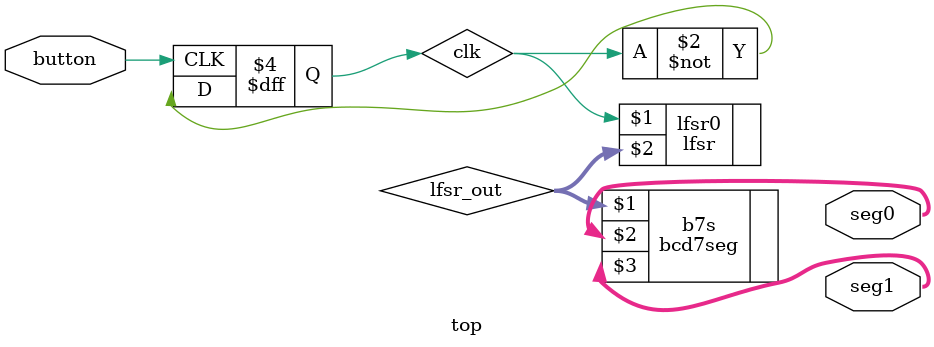
<source format=v>
module top(
    input button,
    output [6:0] seg0,seg1 
);
    reg clk;
    reg [7:0] lfsr_out;
    initial begin
        clk = 1'b0;
    end
    always @(posedge button) begin
            clk <= ~clk;
        end
    lfsr lfsr0(clk,lfsr_out);
    bcd7seg b7s (lfsr_out,seg0,seg1);
endmodule



</source>
